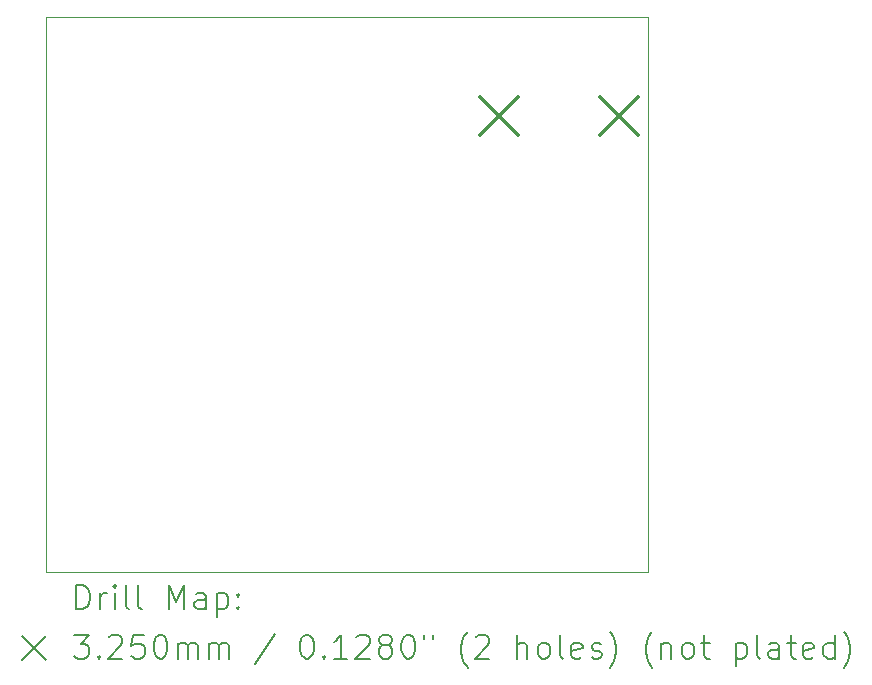
<source format=gbr>
%TF.GenerationSoftware,KiCad,Pcbnew,8.0.5*%
%TF.CreationDate,2025-01-26T23:12:18+01:00*%
%TF.ProjectId,P1_Extender,50315f45-7874-4656-9e64-65722e6b6963,rev?*%
%TF.SameCoordinates,Original*%
%TF.FileFunction,Drillmap*%
%TF.FilePolarity,Positive*%
%FSLAX45Y45*%
G04 Gerber Fmt 4.5, Leading zero omitted, Abs format (unit mm)*
G04 Created by KiCad (PCBNEW 8.0.5) date 2025-01-26 23:12:18*
%MOMM*%
%LPD*%
G01*
G04 APERTURE LIST*
%ADD10C,0.050000*%
%ADD11C,0.200000*%
%ADD12C,0.325000*%
G04 APERTURE END LIST*
D10*
X16500000Y-11900000D02*
X11400000Y-11900000D01*
X11400000Y-7200000D01*
X16500000Y-7200000D01*
X16500000Y-11900000D01*
D11*
D12*
X15071500Y-7877500D02*
X15396500Y-8202500D01*
X15396500Y-7877500D02*
X15071500Y-8202500D01*
X16087500Y-7877500D02*
X16412500Y-8202500D01*
X16412500Y-7877500D02*
X16087500Y-8202500D01*
D11*
X11658277Y-12213984D02*
X11658277Y-12013984D01*
X11658277Y-12013984D02*
X11705896Y-12013984D01*
X11705896Y-12013984D02*
X11734467Y-12023508D01*
X11734467Y-12023508D02*
X11753515Y-12042555D01*
X11753515Y-12042555D02*
X11763039Y-12061603D01*
X11763039Y-12061603D02*
X11772562Y-12099698D01*
X11772562Y-12099698D02*
X11772562Y-12128269D01*
X11772562Y-12128269D02*
X11763039Y-12166365D01*
X11763039Y-12166365D02*
X11753515Y-12185412D01*
X11753515Y-12185412D02*
X11734467Y-12204460D01*
X11734467Y-12204460D02*
X11705896Y-12213984D01*
X11705896Y-12213984D02*
X11658277Y-12213984D01*
X11858277Y-12213984D02*
X11858277Y-12080650D01*
X11858277Y-12118746D02*
X11867801Y-12099698D01*
X11867801Y-12099698D02*
X11877324Y-12090174D01*
X11877324Y-12090174D02*
X11896372Y-12080650D01*
X11896372Y-12080650D02*
X11915420Y-12080650D01*
X11982086Y-12213984D02*
X11982086Y-12080650D01*
X11982086Y-12013984D02*
X11972562Y-12023508D01*
X11972562Y-12023508D02*
X11982086Y-12033031D01*
X11982086Y-12033031D02*
X11991610Y-12023508D01*
X11991610Y-12023508D02*
X11982086Y-12013984D01*
X11982086Y-12013984D02*
X11982086Y-12033031D01*
X12105896Y-12213984D02*
X12086848Y-12204460D01*
X12086848Y-12204460D02*
X12077324Y-12185412D01*
X12077324Y-12185412D02*
X12077324Y-12013984D01*
X12210658Y-12213984D02*
X12191610Y-12204460D01*
X12191610Y-12204460D02*
X12182086Y-12185412D01*
X12182086Y-12185412D02*
X12182086Y-12013984D01*
X12439229Y-12213984D02*
X12439229Y-12013984D01*
X12439229Y-12013984D02*
X12505896Y-12156841D01*
X12505896Y-12156841D02*
X12572562Y-12013984D01*
X12572562Y-12013984D02*
X12572562Y-12213984D01*
X12753515Y-12213984D02*
X12753515Y-12109222D01*
X12753515Y-12109222D02*
X12743991Y-12090174D01*
X12743991Y-12090174D02*
X12724943Y-12080650D01*
X12724943Y-12080650D02*
X12686848Y-12080650D01*
X12686848Y-12080650D02*
X12667801Y-12090174D01*
X12753515Y-12204460D02*
X12734467Y-12213984D01*
X12734467Y-12213984D02*
X12686848Y-12213984D01*
X12686848Y-12213984D02*
X12667801Y-12204460D01*
X12667801Y-12204460D02*
X12658277Y-12185412D01*
X12658277Y-12185412D02*
X12658277Y-12166365D01*
X12658277Y-12166365D02*
X12667801Y-12147317D01*
X12667801Y-12147317D02*
X12686848Y-12137793D01*
X12686848Y-12137793D02*
X12734467Y-12137793D01*
X12734467Y-12137793D02*
X12753515Y-12128269D01*
X12848753Y-12080650D02*
X12848753Y-12280650D01*
X12848753Y-12090174D02*
X12867801Y-12080650D01*
X12867801Y-12080650D02*
X12905896Y-12080650D01*
X12905896Y-12080650D02*
X12924943Y-12090174D01*
X12924943Y-12090174D02*
X12934467Y-12099698D01*
X12934467Y-12099698D02*
X12943991Y-12118746D01*
X12943991Y-12118746D02*
X12943991Y-12175888D01*
X12943991Y-12175888D02*
X12934467Y-12194936D01*
X12934467Y-12194936D02*
X12924943Y-12204460D01*
X12924943Y-12204460D02*
X12905896Y-12213984D01*
X12905896Y-12213984D02*
X12867801Y-12213984D01*
X12867801Y-12213984D02*
X12848753Y-12204460D01*
X13029705Y-12194936D02*
X13039229Y-12204460D01*
X13039229Y-12204460D02*
X13029705Y-12213984D01*
X13029705Y-12213984D02*
X13020182Y-12204460D01*
X13020182Y-12204460D02*
X13029705Y-12194936D01*
X13029705Y-12194936D02*
X13029705Y-12213984D01*
X13029705Y-12090174D02*
X13039229Y-12099698D01*
X13039229Y-12099698D02*
X13029705Y-12109222D01*
X13029705Y-12109222D02*
X13020182Y-12099698D01*
X13020182Y-12099698D02*
X13029705Y-12090174D01*
X13029705Y-12090174D02*
X13029705Y-12109222D01*
X11197500Y-12442500D02*
X11397500Y-12642500D01*
X11397500Y-12442500D02*
X11197500Y-12642500D01*
X11639229Y-12433984D02*
X11763039Y-12433984D01*
X11763039Y-12433984D02*
X11696372Y-12510174D01*
X11696372Y-12510174D02*
X11724943Y-12510174D01*
X11724943Y-12510174D02*
X11743991Y-12519698D01*
X11743991Y-12519698D02*
X11753515Y-12529222D01*
X11753515Y-12529222D02*
X11763039Y-12548269D01*
X11763039Y-12548269D02*
X11763039Y-12595888D01*
X11763039Y-12595888D02*
X11753515Y-12614936D01*
X11753515Y-12614936D02*
X11743991Y-12624460D01*
X11743991Y-12624460D02*
X11724943Y-12633984D01*
X11724943Y-12633984D02*
X11667801Y-12633984D01*
X11667801Y-12633984D02*
X11648753Y-12624460D01*
X11648753Y-12624460D02*
X11639229Y-12614936D01*
X11848753Y-12614936D02*
X11858277Y-12624460D01*
X11858277Y-12624460D02*
X11848753Y-12633984D01*
X11848753Y-12633984D02*
X11839229Y-12624460D01*
X11839229Y-12624460D02*
X11848753Y-12614936D01*
X11848753Y-12614936D02*
X11848753Y-12633984D01*
X11934467Y-12453031D02*
X11943991Y-12443508D01*
X11943991Y-12443508D02*
X11963039Y-12433984D01*
X11963039Y-12433984D02*
X12010658Y-12433984D01*
X12010658Y-12433984D02*
X12029705Y-12443508D01*
X12029705Y-12443508D02*
X12039229Y-12453031D01*
X12039229Y-12453031D02*
X12048753Y-12472079D01*
X12048753Y-12472079D02*
X12048753Y-12491127D01*
X12048753Y-12491127D02*
X12039229Y-12519698D01*
X12039229Y-12519698D02*
X11924943Y-12633984D01*
X11924943Y-12633984D02*
X12048753Y-12633984D01*
X12229705Y-12433984D02*
X12134467Y-12433984D01*
X12134467Y-12433984D02*
X12124943Y-12529222D01*
X12124943Y-12529222D02*
X12134467Y-12519698D01*
X12134467Y-12519698D02*
X12153515Y-12510174D01*
X12153515Y-12510174D02*
X12201134Y-12510174D01*
X12201134Y-12510174D02*
X12220182Y-12519698D01*
X12220182Y-12519698D02*
X12229705Y-12529222D01*
X12229705Y-12529222D02*
X12239229Y-12548269D01*
X12239229Y-12548269D02*
X12239229Y-12595888D01*
X12239229Y-12595888D02*
X12229705Y-12614936D01*
X12229705Y-12614936D02*
X12220182Y-12624460D01*
X12220182Y-12624460D02*
X12201134Y-12633984D01*
X12201134Y-12633984D02*
X12153515Y-12633984D01*
X12153515Y-12633984D02*
X12134467Y-12624460D01*
X12134467Y-12624460D02*
X12124943Y-12614936D01*
X12363039Y-12433984D02*
X12382086Y-12433984D01*
X12382086Y-12433984D02*
X12401134Y-12443508D01*
X12401134Y-12443508D02*
X12410658Y-12453031D01*
X12410658Y-12453031D02*
X12420182Y-12472079D01*
X12420182Y-12472079D02*
X12429705Y-12510174D01*
X12429705Y-12510174D02*
X12429705Y-12557793D01*
X12429705Y-12557793D02*
X12420182Y-12595888D01*
X12420182Y-12595888D02*
X12410658Y-12614936D01*
X12410658Y-12614936D02*
X12401134Y-12624460D01*
X12401134Y-12624460D02*
X12382086Y-12633984D01*
X12382086Y-12633984D02*
X12363039Y-12633984D01*
X12363039Y-12633984D02*
X12343991Y-12624460D01*
X12343991Y-12624460D02*
X12334467Y-12614936D01*
X12334467Y-12614936D02*
X12324943Y-12595888D01*
X12324943Y-12595888D02*
X12315420Y-12557793D01*
X12315420Y-12557793D02*
X12315420Y-12510174D01*
X12315420Y-12510174D02*
X12324943Y-12472079D01*
X12324943Y-12472079D02*
X12334467Y-12453031D01*
X12334467Y-12453031D02*
X12343991Y-12443508D01*
X12343991Y-12443508D02*
X12363039Y-12433984D01*
X12515420Y-12633984D02*
X12515420Y-12500650D01*
X12515420Y-12519698D02*
X12524943Y-12510174D01*
X12524943Y-12510174D02*
X12543991Y-12500650D01*
X12543991Y-12500650D02*
X12572563Y-12500650D01*
X12572563Y-12500650D02*
X12591610Y-12510174D01*
X12591610Y-12510174D02*
X12601134Y-12529222D01*
X12601134Y-12529222D02*
X12601134Y-12633984D01*
X12601134Y-12529222D02*
X12610658Y-12510174D01*
X12610658Y-12510174D02*
X12629705Y-12500650D01*
X12629705Y-12500650D02*
X12658277Y-12500650D01*
X12658277Y-12500650D02*
X12677324Y-12510174D01*
X12677324Y-12510174D02*
X12686848Y-12529222D01*
X12686848Y-12529222D02*
X12686848Y-12633984D01*
X12782086Y-12633984D02*
X12782086Y-12500650D01*
X12782086Y-12519698D02*
X12791610Y-12510174D01*
X12791610Y-12510174D02*
X12810658Y-12500650D01*
X12810658Y-12500650D02*
X12839229Y-12500650D01*
X12839229Y-12500650D02*
X12858277Y-12510174D01*
X12858277Y-12510174D02*
X12867801Y-12529222D01*
X12867801Y-12529222D02*
X12867801Y-12633984D01*
X12867801Y-12529222D02*
X12877324Y-12510174D01*
X12877324Y-12510174D02*
X12896372Y-12500650D01*
X12896372Y-12500650D02*
X12924943Y-12500650D01*
X12924943Y-12500650D02*
X12943991Y-12510174D01*
X12943991Y-12510174D02*
X12953515Y-12529222D01*
X12953515Y-12529222D02*
X12953515Y-12633984D01*
X13343991Y-12424460D02*
X13172563Y-12681603D01*
X13601134Y-12433984D02*
X13620182Y-12433984D01*
X13620182Y-12433984D02*
X13639229Y-12443508D01*
X13639229Y-12443508D02*
X13648753Y-12453031D01*
X13648753Y-12453031D02*
X13658277Y-12472079D01*
X13658277Y-12472079D02*
X13667801Y-12510174D01*
X13667801Y-12510174D02*
X13667801Y-12557793D01*
X13667801Y-12557793D02*
X13658277Y-12595888D01*
X13658277Y-12595888D02*
X13648753Y-12614936D01*
X13648753Y-12614936D02*
X13639229Y-12624460D01*
X13639229Y-12624460D02*
X13620182Y-12633984D01*
X13620182Y-12633984D02*
X13601134Y-12633984D01*
X13601134Y-12633984D02*
X13582086Y-12624460D01*
X13582086Y-12624460D02*
X13572563Y-12614936D01*
X13572563Y-12614936D02*
X13563039Y-12595888D01*
X13563039Y-12595888D02*
X13553515Y-12557793D01*
X13553515Y-12557793D02*
X13553515Y-12510174D01*
X13553515Y-12510174D02*
X13563039Y-12472079D01*
X13563039Y-12472079D02*
X13572563Y-12453031D01*
X13572563Y-12453031D02*
X13582086Y-12443508D01*
X13582086Y-12443508D02*
X13601134Y-12433984D01*
X13753515Y-12614936D02*
X13763039Y-12624460D01*
X13763039Y-12624460D02*
X13753515Y-12633984D01*
X13753515Y-12633984D02*
X13743991Y-12624460D01*
X13743991Y-12624460D02*
X13753515Y-12614936D01*
X13753515Y-12614936D02*
X13753515Y-12633984D01*
X13953515Y-12633984D02*
X13839229Y-12633984D01*
X13896372Y-12633984D02*
X13896372Y-12433984D01*
X13896372Y-12433984D02*
X13877325Y-12462555D01*
X13877325Y-12462555D02*
X13858277Y-12481603D01*
X13858277Y-12481603D02*
X13839229Y-12491127D01*
X14029706Y-12453031D02*
X14039229Y-12443508D01*
X14039229Y-12443508D02*
X14058277Y-12433984D01*
X14058277Y-12433984D02*
X14105896Y-12433984D01*
X14105896Y-12433984D02*
X14124944Y-12443508D01*
X14124944Y-12443508D02*
X14134467Y-12453031D01*
X14134467Y-12453031D02*
X14143991Y-12472079D01*
X14143991Y-12472079D02*
X14143991Y-12491127D01*
X14143991Y-12491127D02*
X14134467Y-12519698D01*
X14134467Y-12519698D02*
X14020182Y-12633984D01*
X14020182Y-12633984D02*
X14143991Y-12633984D01*
X14258277Y-12519698D02*
X14239229Y-12510174D01*
X14239229Y-12510174D02*
X14229706Y-12500650D01*
X14229706Y-12500650D02*
X14220182Y-12481603D01*
X14220182Y-12481603D02*
X14220182Y-12472079D01*
X14220182Y-12472079D02*
X14229706Y-12453031D01*
X14229706Y-12453031D02*
X14239229Y-12443508D01*
X14239229Y-12443508D02*
X14258277Y-12433984D01*
X14258277Y-12433984D02*
X14296372Y-12433984D01*
X14296372Y-12433984D02*
X14315420Y-12443508D01*
X14315420Y-12443508D02*
X14324944Y-12453031D01*
X14324944Y-12453031D02*
X14334467Y-12472079D01*
X14334467Y-12472079D02*
X14334467Y-12481603D01*
X14334467Y-12481603D02*
X14324944Y-12500650D01*
X14324944Y-12500650D02*
X14315420Y-12510174D01*
X14315420Y-12510174D02*
X14296372Y-12519698D01*
X14296372Y-12519698D02*
X14258277Y-12519698D01*
X14258277Y-12519698D02*
X14239229Y-12529222D01*
X14239229Y-12529222D02*
X14229706Y-12538746D01*
X14229706Y-12538746D02*
X14220182Y-12557793D01*
X14220182Y-12557793D02*
X14220182Y-12595888D01*
X14220182Y-12595888D02*
X14229706Y-12614936D01*
X14229706Y-12614936D02*
X14239229Y-12624460D01*
X14239229Y-12624460D02*
X14258277Y-12633984D01*
X14258277Y-12633984D02*
X14296372Y-12633984D01*
X14296372Y-12633984D02*
X14315420Y-12624460D01*
X14315420Y-12624460D02*
X14324944Y-12614936D01*
X14324944Y-12614936D02*
X14334467Y-12595888D01*
X14334467Y-12595888D02*
X14334467Y-12557793D01*
X14334467Y-12557793D02*
X14324944Y-12538746D01*
X14324944Y-12538746D02*
X14315420Y-12529222D01*
X14315420Y-12529222D02*
X14296372Y-12519698D01*
X14458277Y-12433984D02*
X14477325Y-12433984D01*
X14477325Y-12433984D02*
X14496372Y-12443508D01*
X14496372Y-12443508D02*
X14505896Y-12453031D01*
X14505896Y-12453031D02*
X14515420Y-12472079D01*
X14515420Y-12472079D02*
X14524944Y-12510174D01*
X14524944Y-12510174D02*
X14524944Y-12557793D01*
X14524944Y-12557793D02*
X14515420Y-12595888D01*
X14515420Y-12595888D02*
X14505896Y-12614936D01*
X14505896Y-12614936D02*
X14496372Y-12624460D01*
X14496372Y-12624460D02*
X14477325Y-12633984D01*
X14477325Y-12633984D02*
X14458277Y-12633984D01*
X14458277Y-12633984D02*
X14439229Y-12624460D01*
X14439229Y-12624460D02*
X14429706Y-12614936D01*
X14429706Y-12614936D02*
X14420182Y-12595888D01*
X14420182Y-12595888D02*
X14410658Y-12557793D01*
X14410658Y-12557793D02*
X14410658Y-12510174D01*
X14410658Y-12510174D02*
X14420182Y-12472079D01*
X14420182Y-12472079D02*
X14429706Y-12453031D01*
X14429706Y-12453031D02*
X14439229Y-12443508D01*
X14439229Y-12443508D02*
X14458277Y-12433984D01*
X14601134Y-12433984D02*
X14601134Y-12472079D01*
X14677325Y-12433984D02*
X14677325Y-12472079D01*
X14972563Y-12710174D02*
X14963039Y-12700650D01*
X14963039Y-12700650D02*
X14943991Y-12672079D01*
X14943991Y-12672079D02*
X14934468Y-12653031D01*
X14934468Y-12653031D02*
X14924944Y-12624460D01*
X14924944Y-12624460D02*
X14915420Y-12576841D01*
X14915420Y-12576841D02*
X14915420Y-12538746D01*
X14915420Y-12538746D02*
X14924944Y-12491127D01*
X14924944Y-12491127D02*
X14934468Y-12462555D01*
X14934468Y-12462555D02*
X14943991Y-12443508D01*
X14943991Y-12443508D02*
X14963039Y-12414936D01*
X14963039Y-12414936D02*
X14972563Y-12405412D01*
X15039229Y-12453031D02*
X15048753Y-12443508D01*
X15048753Y-12443508D02*
X15067801Y-12433984D01*
X15067801Y-12433984D02*
X15115420Y-12433984D01*
X15115420Y-12433984D02*
X15134468Y-12443508D01*
X15134468Y-12443508D02*
X15143991Y-12453031D01*
X15143991Y-12453031D02*
X15153515Y-12472079D01*
X15153515Y-12472079D02*
X15153515Y-12491127D01*
X15153515Y-12491127D02*
X15143991Y-12519698D01*
X15143991Y-12519698D02*
X15029706Y-12633984D01*
X15029706Y-12633984D02*
X15153515Y-12633984D01*
X15391610Y-12633984D02*
X15391610Y-12433984D01*
X15477325Y-12633984D02*
X15477325Y-12529222D01*
X15477325Y-12529222D02*
X15467801Y-12510174D01*
X15467801Y-12510174D02*
X15448753Y-12500650D01*
X15448753Y-12500650D02*
X15420182Y-12500650D01*
X15420182Y-12500650D02*
X15401134Y-12510174D01*
X15401134Y-12510174D02*
X15391610Y-12519698D01*
X15601134Y-12633984D02*
X15582087Y-12624460D01*
X15582087Y-12624460D02*
X15572563Y-12614936D01*
X15572563Y-12614936D02*
X15563039Y-12595888D01*
X15563039Y-12595888D02*
X15563039Y-12538746D01*
X15563039Y-12538746D02*
X15572563Y-12519698D01*
X15572563Y-12519698D02*
X15582087Y-12510174D01*
X15582087Y-12510174D02*
X15601134Y-12500650D01*
X15601134Y-12500650D02*
X15629706Y-12500650D01*
X15629706Y-12500650D02*
X15648753Y-12510174D01*
X15648753Y-12510174D02*
X15658277Y-12519698D01*
X15658277Y-12519698D02*
X15667801Y-12538746D01*
X15667801Y-12538746D02*
X15667801Y-12595888D01*
X15667801Y-12595888D02*
X15658277Y-12614936D01*
X15658277Y-12614936D02*
X15648753Y-12624460D01*
X15648753Y-12624460D02*
X15629706Y-12633984D01*
X15629706Y-12633984D02*
X15601134Y-12633984D01*
X15782087Y-12633984D02*
X15763039Y-12624460D01*
X15763039Y-12624460D02*
X15753515Y-12605412D01*
X15753515Y-12605412D02*
X15753515Y-12433984D01*
X15934468Y-12624460D02*
X15915420Y-12633984D01*
X15915420Y-12633984D02*
X15877325Y-12633984D01*
X15877325Y-12633984D02*
X15858277Y-12624460D01*
X15858277Y-12624460D02*
X15848753Y-12605412D01*
X15848753Y-12605412D02*
X15848753Y-12529222D01*
X15848753Y-12529222D02*
X15858277Y-12510174D01*
X15858277Y-12510174D02*
X15877325Y-12500650D01*
X15877325Y-12500650D02*
X15915420Y-12500650D01*
X15915420Y-12500650D02*
X15934468Y-12510174D01*
X15934468Y-12510174D02*
X15943991Y-12529222D01*
X15943991Y-12529222D02*
X15943991Y-12548269D01*
X15943991Y-12548269D02*
X15848753Y-12567317D01*
X16020182Y-12624460D02*
X16039230Y-12633984D01*
X16039230Y-12633984D02*
X16077325Y-12633984D01*
X16077325Y-12633984D02*
X16096372Y-12624460D01*
X16096372Y-12624460D02*
X16105896Y-12605412D01*
X16105896Y-12605412D02*
X16105896Y-12595888D01*
X16105896Y-12595888D02*
X16096372Y-12576841D01*
X16096372Y-12576841D02*
X16077325Y-12567317D01*
X16077325Y-12567317D02*
X16048753Y-12567317D01*
X16048753Y-12567317D02*
X16029706Y-12557793D01*
X16029706Y-12557793D02*
X16020182Y-12538746D01*
X16020182Y-12538746D02*
X16020182Y-12529222D01*
X16020182Y-12529222D02*
X16029706Y-12510174D01*
X16029706Y-12510174D02*
X16048753Y-12500650D01*
X16048753Y-12500650D02*
X16077325Y-12500650D01*
X16077325Y-12500650D02*
X16096372Y-12510174D01*
X16172563Y-12710174D02*
X16182087Y-12700650D01*
X16182087Y-12700650D02*
X16201134Y-12672079D01*
X16201134Y-12672079D02*
X16210658Y-12653031D01*
X16210658Y-12653031D02*
X16220182Y-12624460D01*
X16220182Y-12624460D02*
X16229706Y-12576841D01*
X16229706Y-12576841D02*
X16229706Y-12538746D01*
X16229706Y-12538746D02*
X16220182Y-12491127D01*
X16220182Y-12491127D02*
X16210658Y-12462555D01*
X16210658Y-12462555D02*
X16201134Y-12443508D01*
X16201134Y-12443508D02*
X16182087Y-12414936D01*
X16182087Y-12414936D02*
X16172563Y-12405412D01*
X16534468Y-12710174D02*
X16524944Y-12700650D01*
X16524944Y-12700650D02*
X16505896Y-12672079D01*
X16505896Y-12672079D02*
X16496372Y-12653031D01*
X16496372Y-12653031D02*
X16486849Y-12624460D01*
X16486849Y-12624460D02*
X16477325Y-12576841D01*
X16477325Y-12576841D02*
X16477325Y-12538746D01*
X16477325Y-12538746D02*
X16486849Y-12491127D01*
X16486849Y-12491127D02*
X16496372Y-12462555D01*
X16496372Y-12462555D02*
X16505896Y-12443508D01*
X16505896Y-12443508D02*
X16524944Y-12414936D01*
X16524944Y-12414936D02*
X16534468Y-12405412D01*
X16610658Y-12500650D02*
X16610658Y-12633984D01*
X16610658Y-12519698D02*
X16620182Y-12510174D01*
X16620182Y-12510174D02*
X16639230Y-12500650D01*
X16639230Y-12500650D02*
X16667801Y-12500650D01*
X16667801Y-12500650D02*
X16686849Y-12510174D01*
X16686849Y-12510174D02*
X16696372Y-12529222D01*
X16696372Y-12529222D02*
X16696372Y-12633984D01*
X16820182Y-12633984D02*
X16801134Y-12624460D01*
X16801134Y-12624460D02*
X16791611Y-12614936D01*
X16791611Y-12614936D02*
X16782087Y-12595888D01*
X16782087Y-12595888D02*
X16782087Y-12538746D01*
X16782087Y-12538746D02*
X16791611Y-12519698D01*
X16791611Y-12519698D02*
X16801134Y-12510174D01*
X16801134Y-12510174D02*
X16820182Y-12500650D01*
X16820182Y-12500650D02*
X16848754Y-12500650D01*
X16848754Y-12500650D02*
X16867801Y-12510174D01*
X16867801Y-12510174D02*
X16877325Y-12519698D01*
X16877325Y-12519698D02*
X16886849Y-12538746D01*
X16886849Y-12538746D02*
X16886849Y-12595888D01*
X16886849Y-12595888D02*
X16877325Y-12614936D01*
X16877325Y-12614936D02*
X16867801Y-12624460D01*
X16867801Y-12624460D02*
X16848754Y-12633984D01*
X16848754Y-12633984D02*
X16820182Y-12633984D01*
X16943992Y-12500650D02*
X17020182Y-12500650D01*
X16972563Y-12433984D02*
X16972563Y-12605412D01*
X16972563Y-12605412D02*
X16982087Y-12624460D01*
X16982087Y-12624460D02*
X17001134Y-12633984D01*
X17001134Y-12633984D02*
X17020182Y-12633984D01*
X17239230Y-12500650D02*
X17239230Y-12700650D01*
X17239230Y-12510174D02*
X17258277Y-12500650D01*
X17258277Y-12500650D02*
X17296373Y-12500650D01*
X17296373Y-12500650D02*
X17315420Y-12510174D01*
X17315420Y-12510174D02*
X17324944Y-12519698D01*
X17324944Y-12519698D02*
X17334468Y-12538746D01*
X17334468Y-12538746D02*
X17334468Y-12595888D01*
X17334468Y-12595888D02*
X17324944Y-12614936D01*
X17324944Y-12614936D02*
X17315420Y-12624460D01*
X17315420Y-12624460D02*
X17296373Y-12633984D01*
X17296373Y-12633984D02*
X17258277Y-12633984D01*
X17258277Y-12633984D02*
X17239230Y-12624460D01*
X17448754Y-12633984D02*
X17429706Y-12624460D01*
X17429706Y-12624460D02*
X17420182Y-12605412D01*
X17420182Y-12605412D02*
X17420182Y-12433984D01*
X17610658Y-12633984D02*
X17610658Y-12529222D01*
X17610658Y-12529222D02*
X17601135Y-12510174D01*
X17601135Y-12510174D02*
X17582087Y-12500650D01*
X17582087Y-12500650D02*
X17543992Y-12500650D01*
X17543992Y-12500650D02*
X17524944Y-12510174D01*
X17610658Y-12624460D02*
X17591611Y-12633984D01*
X17591611Y-12633984D02*
X17543992Y-12633984D01*
X17543992Y-12633984D02*
X17524944Y-12624460D01*
X17524944Y-12624460D02*
X17515420Y-12605412D01*
X17515420Y-12605412D02*
X17515420Y-12586365D01*
X17515420Y-12586365D02*
X17524944Y-12567317D01*
X17524944Y-12567317D02*
X17543992Y-12557793D01*
X17543992Y-12557793D02*
X17591611Y-12557793D01*
X17591611Y-12557793D02*
X17610658Y-12548269D01*
X17677325Y-12500650D02*
X17753515Y-12500650D01*
X17705896Y-12433984D02*
X17705896Y-12605412D01*
X17705896Y-12605412D02*
X17715420Y-12624460D01*
X17715420Y-12624460D02*
X17734468Y-12633984D01*
X17734468Y-12633984D02*
X17753515Y-12633984D01*
X17896373Y-12624460D02*
X17877325Y-12633984D01*
X17877325Y-12633984D02*
X17839230Y-12633984D01*
X17839230Y-12633984D02*
X17820182Y-12624460D01*
X17820182Y-12624460D02*
X17810658Y-12605412D01*
X17810658Y-12605412D02*
X17810658Y-12529222D01*
X17810658Y-12529222D02*
X17820182Y-12510174D01*
X17820182Y-12510174D02*
X17839230Y-12500650D01*
X17839230Y-12500650D02*
X17877325Y-12500650D01*
X17877325Y-12500650D02*
X17896373Y-12510174D01*
X17896373Y-12510174D02*
X17905896Y-12529222D01*
X17905896Y-12529222D02*
X17905896Y-12548269D01*
X17905896Y-12548269D02*
X17810658Y-12567317D01*
X18077325Y-12633984D02*
X18077325Y-12433984D01*
X18077325Y-12624460D02*
X18058277Y-12633984D01*
X18058277Y-12633984D02*
X18020182Y-12633984D01*
X18020182Y-12633984D02*
X18001135Y-12624460D01*
X18001135Y-12624460D02*
X17991611Y-12614936D01*
X17991611Y-12614936D02*
X17982087Y-12595888D01*
X17982087Y-12595888D02*
X17982087Y-12538746D01*
X17982087Y-12538746D02*
X17991611Y-12519698D01*
X17991611Y-12519698D02*
X18001135Y-12510174D01*
X18001135Y-12510174D02*
X18020182Y-12500650D01*
X18020182Y-12500650D02*
X18058277Y-12500650D01*
X18058277Y-12500650D02*
X18077325Y-12510174D01*
X18153516Y-12710174D02*
X18163039Y-12700650D01*
X18163039Y-12700650D02*
X18182087Y-12672079D01*
X18182087Y-12672079D02*
X18191611Y-12653031D01*
X18191611Y-12653031D02*
X18201135Y-12624460D01*
X18201135Y-12624460D02*
X18210658Y-12576841D01*
X18210658Y-12576841D02*
X18210658Y-12538746D01*
X18210658Y-12538746D02*
X18201135Y-12491127D01*
X18201135Y-12491127D02*
X18191611Y-12462555D01*
X18191611Y-12462555D02*
X18182087Y-12443508D01*
X18182087Y-12443508D02*
X18163039Y-12414936D01*
X18163039Y-12414936D02*
X18153516Y-12405412D01*
M02*

</source>
